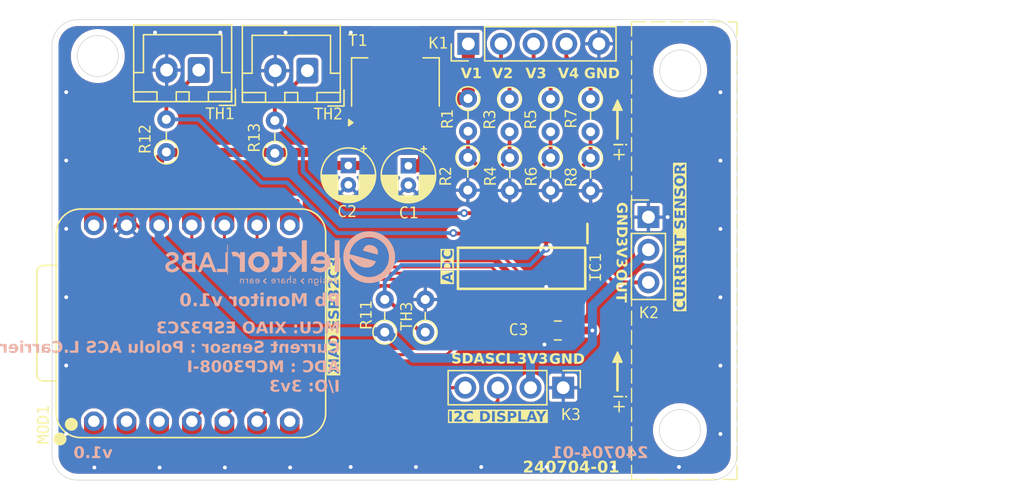
<source format=kicad_pcb>
(kicad_pcb (version 20240108) (generator "pcbnew") (generator_version "8.0")
  (layers (0 "F.Cu" signal) (31 "B.Cu" signal) (34 "B.Paste" user) (35 "F.Paste" user) (36 "B.SilkS" user "B.Silkscreen") (37 "F.SilkS" user "F.Silkscreen") (38 "B.Mask" user) (39 "F.Mask" user) (44 "Edge.Cuts" user))
  (net 0 "")
  (net 1 "/D3")
  (net 2 "GND")
  (net 3 "Net-(IC1-DIN)")
  (net 4 "Net-(IC1-DOUT)")
  (net 5 "Net-(IC1-CLK)")
  (net 6 "/CH7")
  (net 7 "/CH1")
  (net 8 "/CH0")
  (net 9 "/CH2")
  (net 10 "/CH3")
  (net 11 "/CH6")
  (net 12 "/CH5")
  (net 13 "/CH4")
  (net 14 "+3.3V")
  (net 15 "/SDA")
  (net 16 "/SCL")
  (net 23 "+12V")
  (net 25 "Net-(K1-Pin_3)")
  (net 26 "Net-(K1-Pin_2)")
  (net 27 "Net-(K1-Pin_4)")
  (footprint "Capacitor_THT:CP_Radial_D4.0mm_P1.50mm" (layer "F.Cu") (at 127.54 58.75 -90)
    (property "Reference" "C1" (at 3.71 -0.02 0) (layer "F.SilkS") (effects (font (size 0.9 0.9))))
    (property "Value" "10uF")
    (pad "1" thru_hole rect (at 0 0 270) (size 1.2 1.2) (drill 0.6) (layers "*.Cu" "*.Mask") (net 23 "+12V"))
    (pad "2" thru_hole circle (at 1.5 0 270) (size 1.2 1.2) (drill 0.6) (layers "*.Cu" "*.Mask") (net 2 "GND"))
  )
  (footprint "Connector_PinHeader_2.54mm:PinHeader_1x05_P2.54mm_Vertical" (layer "F.Cu") (at 132.2 49.26 90)
    (property "Reference" "K1" (at 0 -2.33 180) (layer "F.SilkS") (effects (font (size 0.9 0.9))))
    (property "Value" "Battery")
    (pad "1" thru_hole rect (at 0 0 90) (size 1.7 1.7) (drill 1) (layers "*.Cu" "*.Mask") (net 23 "+12V"))
    (pad "2" thru_hole oval (at 0 2.54 90) (size 1.7 1.7) (drill 1) (layers "*.Cu" "*.Mask") (net 26 "Net-(K1-Pin_2)"))
    (pad "3" thru_hole oval (at 0 5.08 90) (size 1.7 1.7) (drill 1) (layers "*.Cu" "*.Mask") (net 25 "Net-(K1-Pin_3)"))
    (pad "4" thru_hole oval (at 0 7.62 90) (size 1.7 1.7) (drill 1) (layers "*.Cu" "*.Mask") (net 27 "Net-(K1-Pin_4)"))
    (pad "5" thru_hole oval (at 0 10.16 90) (size 1.7 1.7) (drill 1) (layers "*.Cu" "*.Mask") (net 2 "GND"))
  )
  (footprint "Connector_PinHeader_2.54mm:PinHeader_1x04_P2.54mm_Vertical" (layer "F.Cu") (at 139.58 76.01 -90)
    (property "Reference" "K3" (at 2.14 -0.61 0) (layer "F.SilkS") (effects (font (size 0.9 0.9))))
    (property "Value" "OLED")
    (pad "1" thru_hole rect (at 0 0 270) (size 1.7 1.7) (drill 1) (layers "*.Cu" "*.Mask") (net 2 "GND"))
    (pad "2" thru_hole oval (at 0 2.54 270) (size 1.7 1.7) (drill 1) (layers "*.Cu" "*.Mask") (net 14 "+3.3V"))
    (pad "3" thru_hole oval (at 0 5.08 270) (size 1.7 1.7) (drill 1) (layers "*.Cu" "*.Mask") (net 16 "/SCL"))
    (pad "4" thru_hole oval (at 0 7.62 270) (size 1.7 1.7) (drill 1) (layers "*.Cu" "*.Mask") (net 15 "/SDA"))
  )
  (footprint "Resistor_THT:R_Axial_DIN0204_L3.6mm_D1.6mm_P2.54mm_Vertical" (layer "F.Cu") (at 125.7 71.69 90)
    (property "Reference" "R11" (at 1.34 -1.39 90) (layer "F.SilkS") (effects (font (size 0.9 0.9))))
    (property "Value" "3.3k")
    (pad "1" thru_hole circle (at 0 0 90) (size 1.4 1.4) (drill 0.7) (layers "*.Cu" "*.Mask") (net 14 "+3.3V"))
    (pad "2" thru_hole oval (at 2.54 0 90) (size 1.4 1.4) (drill 0.7) (layers "*.Cu" "*.Mask") (net 9 "/CH2"))
  )
  (footprint "Package_TO_SOT_SMD:SOT-223-3_TabPin2" (layer "F.Cu") (at 126.53 52.26 90)
    (property "Reference" "T1" (at 3.21 -2.95 0) (layer "F.SilkS") (effects (font (size 0.9 0.9))))
    (property "Value" "AMS1117-3.3")
    (pad "1" smd roundrect (at -3.15 -2.3 90) (size 2 1.5) (layers "F.Cu" "F.Paste" "F.Mask") (net 2 "GND"))
    (pad "2" smd roundrect (at -3.15 0 90) (size 2 1.5) (layers "F.Cu" "F.Paste" "F.Mask") (net 14 "+3.3V"))
    (pad "2" smd roundrect (at 3.15 0 90) (size 2 3.8) (layers "F.Cu" "F.Paste" "F.Mask") (net 14 "+3.3V"))
    (pad "3" smd roundrect (at -3.15 2.3 90) (size 2 1.5) (layers "F.Cu" "F.Paste" "F.Mask") (net 23 "+12V"))
  )
  (footprint "Resistor_THT:R_Axial_DIN0204_L3.6mm_D1.6mm_P2.54mm_Vertical" (layer "F.Cu") (at 108.71 57.68 90)
    (property "Reference" "R12" (at 1.02 -1.6 90) (layer "F.SilkS") (effects (font (size 0.9 0.9))))
    (property "Value" "3.3k")
    (pad "1" thru_hole circle (at 0 0 90) (size 1.4 1.4) (drill 0.7) (layers "*.Cu" "*.Mask") (net 14 "+3.3V"))
    (pad "2" thru_hole oval (at 2.54 0 90) (size 1.4 1.4) (drill 0.7) (layers "*.Cu" "*.Mask") (net 6 "/CH7"))
  )
  (footprint "Resistor_THT:R_Axial_DIN0204_L3.6mm_D1.6mm_P2.54mm_Vertical" (layer "F.Cu") (at 141.71 53.56 -90)
    (property "Reference" "R7" (at 1.5 1.47 90) (layer "F.SilkS") (effects (font (size 0.9 0.9))))
    (property "Value" "100k")
    (pad "1" thru_hole circle (at 0 0 270) (size 1.4 1.4) (drill 0.7) (layers "*.Cu" "*.Mask") (net 27 "Net-(K1-Pin_4)"))
    (pad "2" thru_hole oval (at 2.54 0 270) (size 1.4 1.4) (drill 0.7) (layers "*.Cu" "*.Mask") (net 7 "/CH1"))
  )
  (footprint "Resistor_THT:R_Axial_DIN0204_L3.6mm_D1.6mm_P2.54mm_Vertical" (layer "F.Cu") (at 132.16 58.1 -90)
    (property "Reference" "R2" (at 1.45 1.67 90) (layer "F.SilkS") (effects (font (size 0.9 0.9))))
    (property "Value" "28k")
    (pad "1" thru_hole circle (at 0 0 270) (size 1.4 1.4) (drill 0.7) (layers "*.Cu" "*.Mask") (net 12 "/CH5"))
    (pad "2" thru_hole oval (at 2.54 0 270) (size 1.4 1.4) (drill 0.7) (layers "*.Cu" "*.Mask") (net 2 "GND"))
  )
  (footprint "Resistor_THT:R_Axial_DIN0204_L3.6mm_D1.6mm_P2.54mm_Vertical" (layer "F.Cu") (at 141.71 58.15 -90)
    (property "Reference" "R8" (at 1.47 1.47 90) (layer "F.SilkS") (effects (font (size 0.9 0.9))))
    (property "Value" "6k")
    (pad "1" thru_hole circle (at 0 0 270) (size 1.4 1.4) (drill 0.7) (layers "*.Cu" "*.Mask") (net 7 "/CH1"))
    (pad "2" thru_hole oval (at 2.54 0 270) (size 1.4 1.4) (drill 0.7) (layers "*.Cu" "*.Mask") (net 2 "GND"))
  )
  (footprint "SamacSys_Parts:SOIC127P600X175-16N" (layer "F.Cu") (at 136.345 66.72 -90)
    (property "Reference" "IC1" (at -0.05 -5.805 90) (layer "F.SilkS") (effects (font (size 0.9 0.9) (thickness 0.254))))
    (property "Value" "MCP3008-I_SL" (hide yes))
    (pad "1" smd rect (at -2.7 -4.445) (size 0.65 1.5) (layers "F.Cu" "F.Paste" "F.Mask") (net 8 "/CH0"))
    (pad "2" smd rect (at -2.7 -3.175) (size 0.65 1.5) (layers "F.Cu" "F.Paste" "F.Mask") (net 7 "/CH1"))
    (pad "3" smd rect (at -2.7 -1.905) (size 0.65 1.5) (layers "F.Cu" "F.Paste" "F.Mask") (net 9 "/CH2"))
    (pad "4" smd rect (at -2.7 -0.635) (size 0.65 1.5) (layers "F.Cu" "F.Paste" "F.Mask") (net 10 "/CH3"))
    (pad "5" smd rect (at -2.7 0.635) (size 0.65 1.5) (layers "F.Cu" "F.Paste" "F.Mask") (net 13 "/CH4"))
    (pad "6" smd rect (at -2.7 1.905) (size 0.65 1.5) (layers "F.Cu" "F.Paste" "F.Mask") (net 12 "/CH5"))
    (pad "7" smd rect (at -2.7 3.175) (size 0.65 1.5) (layers "F.Cu" "F.Paste" "F.Mask") (net 11 "/CH6"))
    (pad "8" smd rect (at -2.7 4.445) (size 0.65 1.5) (layers "F.Cu" "F.Paste" "F.Mask") (net 6 "/CH7"))
    (pad "9" smd rect (at 2.7 4.445) (size 0.65 1.5) (layers "F.Cu" "F.Paste" "F.Mask") (net 2 "GND"))
    (pad "10" smd rect (at 2.7 3.175) (size 0.65 1.5) (layers "F.Cu" "F.Paste" "F.Mask") (net 1 "/D3"))
    (pad "11" smd rect (at 2.7 1.905) (size 0.65 1.5) (layers "F.Cu" "F.Paste" "F.Mask") (net 3 "Net-(IC1-DIN)"))
    (pad "12" smd rect (at 2.7 0.635) (size 0.65 1.5) (layers "F.Cu" "F.Paste" "F.Mask") (net 4 "Net-(IC1-DOUT)"))
    (pad "13" smd rect (at 2.7 -0.635) (size 0.65 1.5) (layers "F.Cu" "F.Paste" "F.Mask") (net 5 "Net-(IC1-CLK)"))
    (pad "14" smd rect (at 2.7 -1.905) (size 0.65 1.5) (layers "F.Cu" "F.Paste" "F.Mask") (net 2 "GND"))
    (pad "15" smd rect (at 2.7 -3.175) (size 0.65 1.5) (layers "F.Cu" "F.Paste" "F.Mask") (net 14 "+3.3V"))
    (pad "16" smd rect (at 2.7 -4.445) (size 0.65 1.5) (layers "F.Cu" "F.Paste" "F.Mask") (net 14 "+3.3V"))
  )
  (footprint "Capacitor_SMD:C_0805_2012Metric_Pad1.18x1.45mm_HandSolder" (layer "F.Cu") (at 139.1625 71.56 180)
    (property "Reference" "C3" (at 3.0525 0.01 0) (layer "F.SilkS") (effects (font (size 0.9 0.9))))
    (property "Value" "0.1uF")
    (pad "1" smd roundrect (at -1.0375 0 180) (size 1.175 1.45) (layers "F.Cu" "F.Paste" "F.Mask") (roundrect_rratio 0.212766) (net 14 "+3.3V"))
    (pad "2" smd roundrect (at 1.0375 0 180) (size 1.175 1.45) (layers "F.Cu" "F.Paste" "F.Mask") (roundrect_rratio 0.212766) (net 2 "GND"))
  )
  (footprint "Resistor_THT:R_Axial_DIN0204_L3.6mm_D1.6mm_P2.54mm_Vertical" (layer "F.Cu") (at 128.85 71.69 90)
    (property "Reference" "TH3" (at 1.23 -1.4 90) (layer "F.SilkS") (effects (font (size 0.9 0.9))))
    (property "Value" "5k")
    (pad "1" thru_hole circle (at 0 0 90) (size 1.4 1.4) (drill 0.7) (layers "*.Cu" "*.Mask") (net 9 "/CH2"))
    (pad "2" thru_hole oval (at 2.54 0 90) (size 1.4 1.4) (drill 0.7) (layers "*.Cu" "*.Mask") (net 2 "GND"))
  )
  (footprint "Resistor_THT:R_Axial_DIN0204_L3.6mm_D1.6mm_P2.54mm_Vertical" (layer "F.Cu") (at 117.15 57.77 90)
    (property "Reference" "R13" (at 1.22 -1.55 90) (layer "F.SilkS") (effects (font (size 0.9 0.9))))
    (property "Value" "3.3k")
    (pad "1" thru_hole circle (at 0 0 90) (size 1.4 1.4) (drill 0.7) (layers "*.Cu" "*.Mask") (net 14 "+3.3V"))
    (pad "2" thru_hole oval (at 2.54 0 90) (size 1.4 1.4) (drill 0.7) (layers "*.Cu" "*.Mask") (net 11 "/CH6"))
  )
  (footprint "Resistor_THT:R_Axial_DIN0204_L3.6mm_D1.6mm_P2.54mm_Vertical" (layer "F.Cu") (at 135.43 58.13 -90)
    (property "Reference" "R4" (at 1.42 1.47 90) (layer "F.SilkS") (effects (font (size 0.9 0.9))))
    (property "Value" "12k")
    (pad "1" thru_hole circle (at 0 0 270) (size 1.4 1.4) (drill 0.7) (layers "*.Cu" "*.Mask") (net 13 "/CH4"))
    (pad "2" thru_hole oval (at 2.54 0 270) (size 1.4 1.4) (drill 0.7) (layers "*.Cu" "*.Mask") (net 2 "GND"))
  )
  (footprint "Connector_JST:JST_XH_B2B-XH-A_1x02_P2.50mm_Vertical" (layer "F.Cu") (at 111.23 51.3 180)
    (property "Reference" "TH1" (at -1.64 -3.45 0) (layer "F.SilkS") (effects (font (size 0.9 0.9))))
    (property "Value" "5k")
    (pad "1" thru_hole roundrect (at 0 0 180) (size 1.7 2) (drill 1) (layers "*.Cu" "*.Mask") (roundrect_rratio 0.147059) (net 6 "/CH7"))
    (pad "2" thru_hole oval (at 2.5 0 180) (size 1.7 2) (drill 1) (layers "*.Cu" "*.Mask") (net 2 "GND"))
  )
  (footprint "Connector_PinHeader_2.54mm:PinHeader_1x03_P2.54mm_Vertical" (layer "F.Cu") (at 146.21 62.74)
    (property "Reference" "K2" (at 0.05 7.49 180) (layer "F.SilkS") (effects (font (size 0.9 0.9))))
    (property "Value" "Current Sensor")
    (pad "1" thru_hole rect (at 0 0) (size 1.7 1.7) (drill 1) (layers "*.Cu" "*.Mask") (net 2 "GND"))
    (pad "2" thru_hole oval (at 0 2.54) (size 1.7 1.7) (drill 1) (layers "*.Cu" "*.Mask") (net 14 "+3.3V"))
    (pad "3" thru_hole oval (at 0 5.08) (size 1.7 1.7) (drill 1) (layers "*.Cu" "*.Mask") (net 8 "/CH0"))
  )
  (footprint "Resistor_THT:R_Axial_DIN0204_L3.6mm_D1.6mm_P2.54mm_Vertical" (layer "F.Cu") (at 138.6 58.13 -90)
    (property "Reference" "R6" (at 1.44 1.46 90) (layer "F.SilkS") (effects (font (size 0.9 0.9))))
    (property "Value" "8k")
    (pad "1" thru_hole circle (at 0 0 270) (size 1.4 1.4) (drill 0.7) (layers "*.Cu" "*.Mask") (net 10 "/CH3"))
    (pad "2" thru_hole oval (at 2.54 0 270) (size 1.4 1.4) (drill 0.7) (layers "*.Cu" "*.Mask") (net 2 "GND"))
  )
  (footprint "Resistor_THT:R_Axial_DIN0204_L3.6mm_D1.6mm_P2.54mm_Vertical" (layer "F.Cu") (at 138.6 53.56 -90)
    (property "Reference" "R5" (at 1.56 1.5 90) (layer "F.SilkS") (effects (font (size 0.9 0.9))))
    (property "Value" "100k")
    (pad "1" thru_hole circle (at 0 0 270) (size 1.4 1.4) (drill 0.7) (layers "*.Cu" "*.Mask") (net 25 "Net-(K1-Pin_3)"))
    (pad "2" thru_hole oval (at 2.54 0 270) (size 1.4 1.4) (drill 0.7) (layers "*.Cu" "*.Mask") (net 10 "/CH3"))
  )
  (footprint "Resistor_THT:R_Axial_DIN0204_L3.6mm_D1.6mm_P2.54mm_Vertical" (layer "F.Cu") (at 135.41 53.56 -90)
    (property "Reference" "R3" (at 1.57 1.49 90) (layer "F.SilkS") (effects (font (size 0.9 0.9))))
    (property "Value" "100k")
    (pad "1" thru_hole circle (at 0 0 270) (size 1.4 1.4) (drill 0.7) (layers "*.Cu" "*.Mask") (net 26 "Net-(K1-Pin_2)"))
    (pad "2" thru_hole oval (at 2.54 0 270) (size 1.4 1.4) (drill 0.7) (layers "*.Cu" "*.Mask") (net 13 "/CH4"))
  )
  (footprint "Connector_JST:JST_XH_B2B-XH-A_1x02_P2.50mm_Vertical" (layer "F.Cu") (at 119.68 51.35 180)
    (property "Reference" "TH2" (at -1.61 -3.42 0) (layer "F.SilkS") (effects (font (size 0.9 0.9))))
    (property "Value" "5k")
    (pad "1" thru_hole roundrect (at 0 0 180) (size 1.7 2) (drill 1) (layers "*.Cu" "*.Mask") (roundrect_rratio 0.147059) (net 11 "/CH6"))
    (pad "2" thru_hole oval (at 2.5 0 180) (size 1.7 2) (drill 1) (layers "*.Cu" "*.Mask") (net 2 "GND"))
  )
  (footprint "Resistor_THT:R_Axial_DIN0204_L3.6mm_D1.6mm_P2.54mm_Vertical" (layer "F.Cu") (at 132.18 53.52 -90)
    (property "Reference" "R1" (at 1.58 1.56 -90) (layer "F.SilkS") (effects (font (size 0.9 0.9))))
    (property "Value" "100k")
    (pad "1" thru_hole circle (at 0 0 270) (size 1.4 1.4) (drill 0.7) (layers "*.Cu" "*.Mask") (net 23 "+12V"))
    (pad "2" thru_hole oval (at 2.54 0 270) (size 1.4 1.4) (drill 0.7) (layers "*.Cu" "*.Mask") (net 12 "/CH5"))
  )
  (footprint "lib:XIAO-ESP32C3-DIP" (layer "F.Cu") (at 110.69 70.88 90)
    (property "Reference" "MOD1" (at -8 -11.5 90) (layer "F.SilkS") (effects (font (size 0.9 0.9) (thickness 0.1016))))
    (property "Value" "MOUDLE-SEEEDUINO-XIAO-ESP32C3")
    (pad "1" smd roundrect (at -8.575 -7.62 270) (size 2.432 1.524) (layers "F.Cu" "F.Mask") (roundrect_rratio 0.1))
    (pad "1" thru_hole circle (at -7.74 -7.62 270) (size 1.524 1.524) (drill 0.889) (layers "*.Cu" "*.Mask"))
    (pad "2" smd roundrect (at -8.575 -5.08 270) (size 2.432 1.524) (layers "F.Cu" "F.Mask") (roundrect_rratio 0.1))
    (pad "2" thru_hole circle (at -7.74 -5.08 270) (size 1.524 1.524) (drill 0.889) (layers "*.Cu" "*.Mask"))
    (pad "3" smd roundrect (at -8.575 -2.54 270) (size 2.432 1.524) (layers "F.Cu" "F.Mask") (roundrect_rratio 0.1))
    (pad "3" thru_hole circle (at -7.74 -2.54 270) (size 1.524 1.524) (drill 0.889) (layers "*.Cu" "*.Mask"))
    (pad "4" smd roundrect (at -8.575 0 270) (size 2.432 1.524) (layers "F.Cu" "F.Mask") (roundrect_rratio 0.1) (net 1 "/D3"))
    (pad "4" thru_hole circle (at -7.74 0 270) (size 1.524 1.524) (drill 0.889) (layers "*.Cu" "*.Mask") (net 1 "/D3"))
    (pad "5" smd roundrect (at -8.575 2.54 270) (size 2.432 1.524) (layers "F.Cu" "F.Mask") (roundrect_rratio 0.1) (net 15 "/SDA"))
    (pad "5" thru_hole circle (at -7.74 2.54 270) (size 1.524 1.524) (drill 0.889) (layers "*.Cu" "*.Mask") (net 15 "/SDA"))
    (pad "6" smd roundrect (at -8.575 5.08 270) (size 2.432 1.524) (layers "F.Cu" "F.Mask") (roundrect_rratio 0.1) (net 16 "/SCL"))
    (pad "6" thru_hole circle (at -7.74 5.08 270) (size 1.524 1.524) (drill 0.889) (layers "*.Cu" "*.Mask") (net 16 "/SCL"))
    (pad "7" smd roundrect (at -8.575 7.62 270) (size 2.432 1.524) (layers "F.Cu" "F.Mask") (roundrect_rratio 0.1))
    (pad "7" thru_hole circle (at -7.74 7.62 270) (size 1.524 1.524) (drill 0.889) (layers "*.Cu" "*.Mask"))
    (pad "8" thru_hole circle (at 7.5 7.62 90) (size 1.524 1.524) (drill 0.889) (layers "*.Cu" "*.Mask"))
    (pad "8" smd roundrect (at 8.335 7.62 90) (size 2.432 1.524) (layers "F.Cu" "F.Mask") (roundrect_rratio 0.1))
    (pad "9" thru_hole circle (at 7.5 5.08 90) (size 1.524 1.524) (drill 0.889) (layers "*.Cu" "*.Mask") (net 5 "Net-(IC1-CLK)"))
    (pad "9" smd roundrect (at 8.335 5.08 90) (size 2.432 1.524) (layers "F.Cu" "F.Mask") (roundrect_rratio 0.1) (net 5 "Net-(IC1-CLK)"))
    (pad "10" thru_hole circle (at 7.5 2.54 90) (size 1.524 1.524) (drill 0.889) (layers "*.Cu" "*.Mask") (net 4 "Net-(IC1-DOUT)"))
    (pad "10" smd roundrect (at 8.335 2.54 90) (size 2.432 1.524) (layers "F.Cu" "F.Mask") (roundrect_rratio 0.1) (net 4 "Net-(IC1-DOUT)"))
    (pad "11" thru_hole circle (at 7.5 0 90) (size 1.524 1.524) (drill 0.889) (layers "*.Cu" "*.Mask") (net 3 "Net-(IC1-DIN)"))
    (pad "11" smd roundrect (at 8.335 0 90) (size 2.432 1.524) (layers "F.Cu" "F.Mask") (roundrect_rratio 0.1) (net 3 "Net-(IC1-DIN)"))
    (pad "12" thru_hole circle (at 7.5 -2.54 90) (size 1.524 1.524) (drill 0.889) (layers "*.Cu" "*.Mask") (net 14 "+3.3V"))
    (pad "12" smd roundrect (at 8.335 -2.54 90) (size 2.432 1.524) (layers "F.Cu" "F.Mask") (roundrect_rratio 0.1) (net 14 "+3.3V"))
    (pad "13" thru_hole circle (at 7.5 -5.08 90) (size 1.524 1.524) (drill 0.889) (layers "*.Cu" "*.Mask") (net 2 "GND"))
    (pad "13" smd roundrect (at 8.335 -5.08 90) (size 2.432 1.524) (layers "F.Cu" "F.Mask") (roundrect_rratio 0.1) (net 2 "GND"))
    (pad "14" thru_hole circle (at 7.5 -7.62 90) (size 1.524 1.524) (drill 0.889) (layers "*.Cu" "*.Mask"))
    (pad "14" smd roundrect (at 8.335 -7.62 90) (size 2.432 1.524) (layers "F.Cu" "F.Mask") (roundrect_rratio 0.1))
  )
  (footprint "Capacitor_THT:CP_Radial_D4.0mm_P1.50mm" (layer "F.Cu") (at 122.87 58.727401 -90)
    (property "Reference" "C2" (at 3.63 0.1 0) (layer "F.SilkS") (effects (font (size 0.9 0.9))))
    (property "Value" "22uF")
    (pad "1" thru_hole rect (at 0 0 270) (size 1.2 1.2) (drill 0.6) (layers "*.Cu" "*.Mask") (net 14 "+3.3V"))
    (pad "2" thru_hole circle (at 1.5 0 270) (size 1.2 1.2) (drill 0.6) (layers "*.Cu" "*.Mask") (net 2 "GND"))
  )
  (footprint "footprints:elektorlabs-20x6.1mm" (layer "B.Cu") (at 117.544064 65.849992 180)
    (property "Reference" "G***" (hide yes))
    (property "Value" "LOGO" (hide yes))
  )
  (gr_poly (pts (xy 143.806301 73.223112) (xy 143.436301 74.03) (xy 144.167055 74.03)) (stroke (width 0.1)) (fill solid) (layer "F.SilkS"))
  (gr_poly (pts (xy 143.806301 53.623112) (xy 143.436301 54.43) (xy 144.167055 54.43)) (stroke (width 0.1)) (fill solid) (layer "F.SilkS"))
  (gr_rect (start 144.9 47.55) (end 153.1 83.15) (stroke (width 0.1) (type dash)) (fill none) (layer "F.SilkS"))
  (gr_line (start 143.8 76.23) (end 143.8 73.44) (stroke (width 0.2)) (layer "F.SilkS"))
  (gr_line (start 143.8 56.63) (end 143.8 53.84) (stroke (width 0.2)) (layer "F.SilkS"))
  (gr_line (start 101.82 47.38) (end 151.11 47.38) (stroke (width 0.05)) (layer "Edge.Cuts"))
  (gr_line (start 153.11 49.38) (end 153.11 81.2) (stroke (width 0.05)) (layer "Edge.Cuts"))
  (gr_arc (start 151.11 47.38) (mid 152.524214 47.965786) (end 153.11 49.38) (stroke (width 0.05)) (layer "Edge.Cuts"))
  (gr_circle (center 103.38 50.21) (end 104.98 50.21) (stroke (width 0.05)) (fill none) (layer "Edge.Cuts"))
  (gr_line (start 151.11 83.2) (end 101.82 83.2) (stroke (width 0.05)) (layer "Edge.Cuts"))
  (gr_circle (center 148.66 79.31) (end 148.66 77.71) (stroke (width 0.05)) (fill none) (layer "Edge.Cuts"))
  (gr_circle (center 148.68 51.34) (end 148.68 49.74) (stroke (width 0.05)) (fill none) (layer "Edge.Cuts"))
  (gr_arc (start 101.82 83.2) (mid 100.405786 82.614214) (end 99.82 81.2) (stroke (width 0.05)) (layer "Edge.Cuts"))
  (gr_arc (start 153.11 81.2) (mid 152.524214 82.614214) (end 151.11 83.2) (stroke (width 0.05)) (layer "Edge.Cuts"))
  (gr_arc (start 99.82 49.38) (mid 100.405786 47.965786) (end 101.82 47.38) (stroke (width 0.05)) (layer "Edge.Cuts"))
  (gr_line (start 99.82 81.2) (end 99.82 49.38) (stroke (width 0.05)) (layer "Edge.Cuts"))
  (gr_text "240704-01" (at 146.2 81.64 0) (layer "B.SilkS") (effects (font (size 0.9 0.9) (thickness 0.1)) (justify left bottom mirror)))
  (gr_text "Pb Monitor v1.0" (at 122.26 69.84 0) (layer "B.SilkS") (effects (font (size 1 1) (thickness 0.1)) (justify left bottom mirror)))
  (gr_text "v1.0" (at 104.54 81.64 0) (layer "B.SilkS") (effects (font (size 0.9 0.9) (thickness 0.1)) (justify left bottom mirror)))
  (gr_text "MCU: XIAO ESP32C3\nCurrent Sensor : Pololu ACS L.Carrier\nADC : MCP3008-I\nI/O: 3v3\n" (at 122.22 76.47 0) (layer "B.SilkS") (effects (font (size 0.9 0.9) (thickness 0.1)) (justify left bottom mirror)))
  (gr_text "i+" (at 143.320754 76.506888 270) (layer "F.SilkS") (effects (font (size 1 1) (thickness 0.125) (italic yes)) (justify left bottom)))
  (gr_text "SCL" (at 133.48 74.27 0) (layer "F.SilkS") (effects (font (size 0.8 0.8) (thickness 0.1)) (justify left bottom)))
  (gr_text "ADC" (at 131.1 67.86 90) (layer "F.SilkS" knockout) (effects (font (size 0.8 0.8) (thickness 0.2) (bold yes)) (justify left bottom)))
  (gr_text "V1" (at 131.61 52.07 0) (layer "F.SilkS") (effects (font (size 0.8 0.8) (thickness 0.1)) (justify left bottom)))
  (gr_text "XIAO ESP32C3" (at 122.26 74.98 90) (layer "F.SilkS" knockout) (effects (font (size 0.8 0.8) (thickness 0.2) (bold yes)) (justify left bottom)))
  (gr_text "240704-01" (at 136.43 82.76 0) (layer "F.SilkS") (effects (font (size 0.9 0.9) (thickness 0.1)) (justify left bottom)))
  (gr_text "CURRENT SENSOR" (at 149.19 70.02 90) (layer "F.SilkS" knockout) (effects (font (size 0.8 0.8) (thickness 0.2) (bold yes)) (justify left bottom)))
  (gr_text "SDA" (at 130.87 74.26 0) (layer "F.SilkS") (effects (font (size 0.8 0.8) (thickness 0.1)) (justify left bottom)))
  (gr_text "3V3" (at 135.99 74.27 0) (layer "F.SilkS") (effects (font (size 0.8 0.8) (thickness 0.16) (bold yes)) (justify left bottom)))
  (gr_text "V2" (at 134.04 52.07 0) (layer "F.SilkS") (effects (font (size 0.8 0.8) (thickness 0.16) (bold yes)) (justify left bottom)))
  (gr_text "GND" (at 141.2 52.07 0) (layer "F.SilkS") (effects (font (size 0.8 0.8) (thickness 0.1)) (justify left bottom)))
  (gr_text "V3" (at 136.64 52.07 0) (layer "F.SilkS") (effects (font (size 0.8 0.8) (thickness 0.1)) (justify left bottom)))
  (gr_text "GND" (at 143.63 61.57 -90) (layer "F.SilkS") (effects (font (size 0.8 0.8) (thickness 0.1)) (justify left bottom)))
  (gr_text "i+" (at 143.320754 56.906888 270) (layer "F.SilkS") (effects (font (size 1 1) (thickness 0.125) (italic yes)) (justify left bottom)))
  (gr_text "OUT" (at 143.58 66.77 -90) (layer "F.SilkS") (effects (font (size 0.8 0.8) (thickness 0.16) (bold yes)) (justify left bottom)))
  (gr_text "V4" (at 139.17 52.07 0) (layer "F.SilkS") (effects (font (size 0.8 0.8) (thickness 0.16) (bold yes)) (justify left bottom)))
  (gr_text "I2C DISPLAY" (at 130.61 78.78 0) (layer "F.SilkS" knockout) (effects (font (size 0.8 0.8) (thickness 0.2) (bold yes)) (justify left bottom)))
  (gr_text "3V3" (at 143.61 64.29 -90) (layer "F.SilkS") (effects (font (size 0.8 0.8) (thickness 0.16) (bold yes)) (justify left bottom)))
  (gr_text "GND" (at 138.48 74.29 0) (layer "F.SilkS") (effects (font (size 0.8 0.8) (thickness 0.1)) (justify left bottom)))
  (segment (start 130.53 73.44) (end 115.87 73.44) (width 0.23) (layer "F.Cu") (net 1))
  (segment (start 133.17 69.42) (end 133.17 70.8) (width 0.23) (layer "F.Cu") (net 1))
  (segment (start 133.17 70.8) (end 130.53 73.44) (width 0.23) (layer "F.Cu") (net 1))
  (segment (start 115.87 73.44) (end 110.69 78.62) (width 0.23) (layer "F.Cu") (net 1))
  (via (at 100.92 68.97) (size 0.6) (drill 0.3) (layers "F.Cu" "B.Cu") (net 2))
  (via (at 151.81 63.662) (size 0.6) (drill 0.3) (layers "F.Cu" "B.Cu") (net 2))
  (via (at 151.81 58.346) (size 0.6) (drill 0.3) (layers "F.Cu" "B.Cu") (net 2))
  (via (at 138.28 82.18) (size 0.6) (drill 0.3) (layers "F.Cu" "B.Cu") (net 2))
  (via (at 100.92 58.338) (size 0.6) (drill 0.3) (layers "F.Cu" "B.Cu") (net 2))
  (via (at 107.83 48.38) (size 0.6) (drill 0.3) (layers "F.Cu" "B.Cu") (net 2))
  (via (at 123.06 48.38) (size 0.6) (drill 0.3) (layers "F.Cu" "B.Cu") (net 2))
  (via (at 133.203332 82.18) (size 0.6) (drill 0.3) (layers "F.Cu" "B.Cu") (net 2))
  (via (at 112.906666 48.38) (size 0.6) (drill 0.3) (layers "F.Cu" "B.Cu") (net 2))
  (via (at 128.126666 82.18) (size 0.6) (drill 0.3) (layers "F.Cu" "B.Cu") (net 2))
  (via (at 147.7 62.74) (size 0.6) (drill 0.3) (layers "F.Cu" "B.Cu") (net 2))
  (via (at 138.12 72.65) (size 0.6) (drill 0.3) (layers "F.Cu" "B.Cu") (net 2))
  (via (at 143.51 82.18) (size 0.6) (drill 0.3) (layers "F.Cu" "B.Cu") (net 2))
  (via (at 151.81 79.61) (size 0.6) (drill 0.3) (layers "F.Cu" "B.Cu") (net 2))
  (via (at 151.81 68.978) (size 0.6) (drill 0.3) (layers "F.Cu" "B.Cu") (net 2))
  (via (at 148.586666 82.18) (size 0.6) (drill 0.3) (layers "F.Cu" "B.Cu") (net 2))
  (via (at 100.92 63.654) (size 0.6) (drill 0.3) (layers "F.Cu" "B.Cu") (net 2))
  (via (at 151.81 53.03) (size 0.6) (drill 0.3) (layers "F.Cu" "B.Cu") (net 2))
  (via (at 123.05 82.18) (size 0.6) (drill 0.3) (layers "F.Cu" "B.Cu") (net 2))
  (via (at 118.34 82.22) (size 0.6) (drill 0.3) (layers "F.Cu" "B.Cu") (net 2))
  (via (at 113.263332 82.22) (size 0.6) (drill 0.3) (layers "F.Cu" "B.Cu") (net 2))
  (via (at 103.11 82.22) (size 0.6) (drill 0.3) (layers "F.Cu" "B.Cu") (net 2))
  (via (at 138.26 68.17) (size 0.6) (drill 0.3) (layers "F.Cu" "B.Cu") (net 2))
  (via (at 108.186666 82.22) (size 0.6) (drill 0.3) (layers "F.Cu" "B.Cu") (net 2))
  (via (at 100.92 74.286) (size 0.6) (drill 0.3) (layers "F.Cu" "B.Cu") (net 2))
  (via (at 151.81 74.294) (size 0.6) (drill 0.3) (layers "F.Cu" "B.Cu") (net 2))
  (via (at 117.983332 48.38) (size 0.6) (drill 0.3) (layers "F.Cu" "B.Cu") (net 2))
  (via (at 100.92 53.022) (size 0.6) (drill 0.3) (layers "F.Cu" "B.Cu") (net 2))
  (via (at 100.92 79.602) (size 0.6) (drill 0.3) (layers "F.Cu" "B.Cu") (net 2))
  (segment (start 113.72 67.58) (end 110.69 64.55) (width 0.23) (layer "F.Cu") (net 3))
  (segment (start 134.44 69.42) (end 134.44 68.41) (width 0.23) (layer "F.Cu") (net 3))
  (segment (start 133.61 67.58) (end 113.72 67.58) (width 0.23) (layer "F.Cu") (net 3))
  (segment (start 110.69 64.55) (end 110.69 63.38) (width 0.23) (layer "F.Cu") (net 3))
  (segment (start 134.44 68.41) (end 133.61 67.58) (width 0.23) (layer "F.Cu") (net 3))
  (segment (start 113.23 64.64) (end 113.23 63.38) (width 0.23) (layer "F.Cu") (net 4))
  (segment (start 134.01 66.62) (end 115.21 66.62) (width 0.23) (layer "F.Cu") (net 4))
  (segment (start 115.21 66.62) (end 113.23 64.64) (width 0.23) (layer "F.Cu") (net 4))
  (segment (start 135.71 68.32) (end 134.01 66.62) (width 0.23) (layer "F.Cu") (net 4))
  (segment (start 135.71 69.42) (end 135.71 68.32) (width 0.23) (layer "F.Cu") (net 4))
  (segment (start 134.76 65.66) (end 116.75 65.66) (width 0.23) (layer "F.Cu") (net 5))
  (segment (start 136.98 67.88) (end 134.76 65.66) (width 0.23) (layer "F.Cu") (net 5))
  (segment (start 136.98 69.42) (end 136.98 67.88) (width 0.23) (layer "F.Cu") (net 5))
  (segment (start 115.77 64.68) (end 115.77 63.38) (width 0.23) (layer "F.Cu") (net 5))
  (segment (start 116.75 65.66) (end 115.77 64.68) (width 0.23) (layer "F.Cu") (net 5))
  (segment (start 111.23 51.42) (end 108.71 53.94) (width 0.3) (layer "F.Cu") (net 6))
  (segment (start 111.23 51.3) (end 111.23 51.42) (width 0.3) (layer "F.Cu") (net 6))
  (segment (start 108.71 55.14) (end 108.97 55.4) (width 0.3) (layer "F.Cu") (net 6))
  (segment (start 131.9 64.02) (end 131.07 64.02) (width 0.3) (layer "F.Cu") (net 6))
  (segment (start 131.07 64.02) (end 131.03 63.98) (width 0.3) (layer "F.Cu") (net 6))
  (segment (start 108.71 53.94) (end 108.71 55.14) (width 0.3) (layer "F.Cu") (net 6))
  (via (at 131.03 63.98) (size 0.6) (drill 0.3) (layers "F.Cu" "B.Cu") (net 6))
  (segment (start 118.08 60.05) (end 116.13 60.05) (width 0.3) (layer "B.Cu") (net 6))
  (segment (start 111.22 55.14) (end 108.71 55.14) (width 0.3) (layer "B.Cu") (net 6))
  (segment (start 116.13 60.05) (end 111.22 55.14) (width 0.3) (layer "B.Cu") (net 6))
  (segment (start 131.03 63.98) (end 122.01 63.98) (width 0.3) (layer "B.Cu") (net 6))
  (segment (start 122.01 63.98) (end 118.08 60.05) (width 0.3) (layer "B.Cu") (net 6))
  (segment (start 140.13 59.73) (end 140.13 62.38) (width 0.3) (layer "F.Cu") (net 7))
  (segment (start 140.13 62.38) (end 139.52 62.99) (width 0.3) (layer "F.Cu") (net 7))
  (segment (start 141.71 56.1) (end 141.71 58.15) (width 0.3) (layer "F.Cu") (net 7))
  (segment (start 141.71 58.15) (end 140.13 59.73) (width 0.3) (layer "F.Cu") (net 7))
  (segment (start 139.52 62.99) (end 139.52 64.02) (width 0.3) (layer "F.Cu") (net 7))
  (segment (start 140.79 65.08) (end 140.79 64.02) (width 0.3) (layer "F.Cu") (net 8))
  (segment (start 143.53 67.82) (end 140.79 65.08) (width 0.3) (layer "F.Cu") (net 8))
  (segment (start 146.21 67.82) (end 143.53 67.82) (width 0.3) (layer "F.Cu") (net 8))
  (segment (start 138.25 65.19) (end 138.25 64.02) (width 0.3) (layer "F.Cu") (net 9))
  (segment (start 128.24 71.45) (end 128.85 71.45) (width 0.3) (layer "F.Cu") (net 9))
  (segment (start 125.7 68.91) (end 128.24 71.45) (width 0.3) (layer "F.Cu") (net 9))
  (segment (start 138.26 65.2) (end 138.25 65.19) (width 0.3) (layer "F.Cu") (net 9))
  (via (at 138.26 65.2) (size 0.6) (drill 0.3) (layers "F.Cu" "B.Cu") (net 9))
  (segment (start 136.99 66.47) (end 126.99 66.47) (width 0.3) (layer "B.Cu") (net 9))
  (segment (start 128.85 71.18) (end 128.85 71.45) (width 0.2) (layer "B.Cu") (net 9))
  (segment (start 126.99 66.47) (end 125.7 67.76) (width 0.3) (layer "B.Cu") (net 9))
  (segment (start 125.7 68.91) (end 125.82 68.91) (width 0.2) (layer "B.Cu") (net 9))
  (segment (start 125.7 67.76) (end 125.7 68.91) (width 0.3) (layer "B.Cu") (net 9))
  (segment (start 138.26 65.2) (end 136.99 66.47) (width 0.3) (layer "B.Cu") (net 9))
  (segment (start 128.36 71.45) (end 128.85 71.45) (width 0.2) (layer "B.Cu") (net 9))
  (segment (start 138.6 58.13) (end 136.96 59.77) (width 0.3) (layer "F.Cu") (net 10))
  (segment (start 138.6 56.1) (end 138.6 58.13) (width 0.3) (layer "F.Cu") (net 10))
  (segment (start 136.96 64) (end 136.98 64.02) (width 0.3) (layer "F.Cu") (net 10))
  (segment (start 136.96 59.77) (end 136.96 64) (width 0.3) (layer "F.Cu") (net 10))
  (segment (start 117.15 53.98) (end 117.15 55.25) (width 0.3) (layer "F.Cu") (net 11))
  (segment (start 133.17 63.07) (end 133.17 64.02) (width 0.3) (layer "F.Cu") (net 11))
  (segment (start 131.87 62.43) (end 132.53 62.43) (width 0.3) (layer "F.Cu") (net 11))
  (segment (start 132.53 62.43) (end 133.17 63.07) (width 0.3) (layer "F.Cu") (net 11))
  (segment (start 119.68 51.35) (end 119.68 51.45) (width 0.3) (layer "F.Cu") (net 11))
  (segment (start 119.68 51.45) (end 117.15 53.98) (width 0.3) (layer "F.Cu") (net 11))
  (via (at 131.87 62.43) (size 0.6) (drill 0.3) (layers "F.Cu" "B.Cu") (net 11))
  (segment (start 131.86 62.44) (end 122.57 62.44) (width 0.3) (layer "B.Cu") (net 11))
  (segment (start 119.33 57.43) (end 117.15 55.25) (width 0.3) (layer "B.Cu") (net 11))
  (segment (start 122.57 62.44) (end 119.33 59.2) (width 0.3) (layer "B.Cu") (net 11))
  (segment (start 131.87 62.43) (end 131.86 62.44) (width 0.3) (layer "B.Cu") (net 11))
  (segment (start 119.33 59.2) (end 119.33 57.43) (width 0.3) (layer "B.Cu") (net 11))
  (segment (start 134.44 62.66) (end 134.44 64.02) (width 0.3) (layer "F.Cu") (net 12))
  (segment (start 132.18 58) (end 133.39 59.21) (width 0.3) (layer "F.Cu") (net 12))
  (segment (start 133.39 61.61) (end 134.44 62.66) (width 0.3) (layer "F.Cu") (net 12))
  (segment (start 133.39 59.21) (end 133.39 61.61) (width 0.3) (layer "F.Cu") (net 12))
  (segment (start 132.18 56.06) (end 132.18 58) (width 0.3) (layer "F.Cu") (net 12))
  (segment (start 135.41 58.15) (end 134.29 59.27) (width 0.3) (layer "F.Cu") (net 13))
  (segment (start 135.41 56.1) (end 135.41 58.15) (width 0.3) (layer "F.Cu") (net 13))
  (segment (start 134.29 61.46) (end 135.71 62.88) (width 0.3) (layer "F.Cu") (net 13))
  (segment (start 134.29 59.27) (end 134.29 61.46) (width 0.3) (layer "F.Cu") (net 13))
  (segment (start 135.71 62.88) (end 135.71 64.02) (width 0.3) (layer "F.Cu") (net 13))
  (segment (start 140.16 69.45) (end 140.16 71.4825) (width 0.5) (layer "F.Cu") (net 14))
  (segment (start 139.52 69.42) (end 140.19 69.42) (width 0.5) (layer "F.Cu") (net 14))
  (segment (start 124.492599 58.727401) (end 122.87 58.727401) (width 0.7) (layer "F.Cu") (net 14))
  (segment (start 126.53 49.15) (end 126.53 55.41) (width 0.7) (layer "F.Cu") (net 14))
  (segment (start 140.19 69.42) (end 140.16 69.45) (width 0.5) (layer "F.Cu") (net 14))
  (segment (start 108.68 57.71) (end 108.18 58.21) (width 0.7) (layer "F.Cu") (net 14))
  (segment (start 122.87 58.727401) (end 121.697401 58.727401) (width 0.7) (layer "F.Cu") (net 14))
  (segment (start 108.18 58.21) (end 108.18 62.515) (width 0.7) (layer "F.Cu") (net 14))
  (segment (start 120.68 57.71) (end 108.68 57.71) (width 0.7) (layer "F.Cu") (net 14))
  (segment (start 141.85 71.56) (end 140.2 71.56) (width 0.6) (layer "F.Cu") (net 14))
  (segment (start 126.53 55.41) (end 126.53 56.69) (width 0.7) (layer "F.Cu") (net 14))
  (segment (start 126.53 56.69) (end 124.492599 58.727401) (width 0.7) (layer "F.Cu") (net 14))
  (segment (start 108.18 62.515) (end 108.15 62.545) (width 0.7) (layer "F.Cu") (net 14))
  (segment (start 140.16 71.4825) (end 140.2375 71.56) (width 0.5) (layer "F.Cu") (net 14))
  (segment (start 140.19 69.42) (end 140.79 69.42) (width 0.5) (layer "F.Cu") (net 14))
  (segment (start 121.697401 58.727401) (end 120.68 57.71) (width 0.7) (layer "F.Cu") (net 14))
  (via (at 141.85 71.56) (size 0.6) (drill 0.3) (layers "F.Cu" "B.Cu") (net 14))
  (segment (start 108.15 64.37) (end 115.44 71.66) (width 0.7) (layer "B.Cu") (net 14))
  (segment (start 140.69 73.71) (end 141.85 72.55) (width 0.7) (layer "B.Cu") (net 14))
  (segment (start 115.44 71.66) (end 125.88 71.66) (width 0.7) (layer "B.Cu") (net 14))
  (segment (start 141.85 72.55) (end 141.85 71.56) (width 0.7) (layer "B.Cu") (net 14))
  (segment (start 137.04 73.72) (end 137.03 73.71) (width 0.7) (layer "B.Cu") (net 14))
  (segment (start 141.85 71.56) (end 141.85 69.64) (width 0.7) (layer "B.Cu") (net 14))
  (segment (start 137.44 73.65) (end 137.46 73.65) (width 0.2) (layer "B.Cu") (net 14))
  (segment (start 125.88 71.66) (end 127.93 73.71) (width 0.7) (layer "B.Cu") (net 14))
  (segment (start 137.04 76.01) (end 137.04 73.72) (width 0.7) (layer "B.Cu") (net 14))
  (segment (start 127.93 73.71) (end 140.69 73.71) (width 0.7) (layer "B.Cu") (net 14))
  (segment (start 108.15 63.38) (end 108.15 64.37) (width 0.7) (layer "B.Cu") (net 14))
  (segment (start 141.85 69.64) (end 146.21 65.28) (width 0.7) (layer "B.Cu") (net 14))
  (segment (start 115.48 76.01) (end 113.23 78.26) (width 0.25) (layer "F.Cu") (net 15))
  (segment (start 113.23 78.26) (end 113.23 78.62) (width 0.25) (layer "F.Cu") (net 15))
  (segment (start 131.96 76.01) (end 115.48 76.01) (width 0.25) (layer "F.Cu") (net 15))
  (segment (start 134.5 77.02) (end 133.21 78.31) (width 0.25) (layer "F.Cu") (net 16))
  (segment (start 117.24 77.05) (end 115.77 78.52) (width 0.25) (layer "F.Cu") (net 16))
  (segment (start 119.22 77.05) (end 117.24 77.05) (width 0.25) (layer "F.Cu") (net 16))
  (segment (start 133.21 78.31) (end 120.48 78.31) (width 0.25) (layer "F.Cu") (net 16))
  (segment (start 134.5 76.01) (end 134.5 77.02) (width 0.25) (layer "F.Cu") (net 16))
  (segment (start 115.77 78.52) (end 115.77 78.62) (width 0.25) (layer "F.Cu") (net 16))
  (segment (start 120.48 78.31) (end 119.22 77.05) (width 0.25) (layer "F.Cu") (net 16))
  (segment (start 129.5 53.52) (end 128.79 54.23) (width 1) (layer "F.Cu") (net 23))
  (segment (start 132.18 53.52) (end 129.5 53.52) (width 1) (layer "F.Cu") (net 23))
  (segment (start 128.41 58.75) (end 127.54 58.75) (width 1) (layer "F.Cu") (net 23))
  (segment (start 132.2 53.5) (end 132.18 53.52) (width 1) (layer "F.Cu") (net 23))
  (segment (start 128.79 54.23) (end 128.79 58.37) (width 1) (layer "F.Cu") (net 23))
  (segment (start 128.79 58.37) (end 128.41 58.75) (width 1) (layer "F.Cu") (net 23))
  (segment (start 132.2 49.26) (end 132.2 53.5) (width 1) (layer "F.Cu") (net 23))
  (segment (start 137.28 49.26) (end 137.28 50.46) (width 0.3) (layer "F.Cu") (net 25))
  (segment (start 137.28 50.46) (end 138.6 51.78) (width 0.3) (layer "F.Cu") (net 25))
  (segment (start 138.6 51.78) (end 138.6 53.56) (width 0.3) (layer "F.Cu") (net 25))
  (segment (start 135.41 51.41) (end 135.41 53.56) (width 0.3) (layer "F.Cu") (net 26))
  (segment (start 134.74 49.26) (end 134.74 50.74) (width 0.3) (layer "F.Cu") (net 26))
  (segment (start 134.74 50.74) (end 135.41 51.41) (width 0.3) (layer "F.Cu") (net 26))
  (segment (start 139.82 49.26) (end 139.82 50.29) (width 0.3) (layer "F.Cu") (net 27))
  (segment (start 141.71 52.18) (end 141.71 53.56) (width 0.3) (layer "F.Cu") (net 27))
  (segment (start 139.82 50.29) (end 141.71 52.18) (width 0.3) (layer "F.Cu") (net 27))
  (zone (net 2) (net_name "GND") (layers "F&B.Cu") (connect_pads (clearance 0.25)) (min_thickness 0.15) (fill yes (thermal_gap 0.25) (thermal_bridge_width 0.25))
    (polygon (pts (xy 99.8 46.99) (xy 153.68 46.81) (xy 153.68 84.07) (xy 99.8 84.15)))
  )
)
</source>
